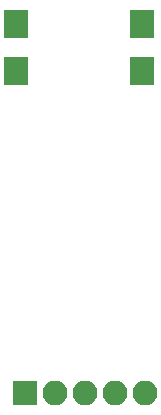
<source format=gbr>
G04 #@! TF.FileFunction,Soldermask,Bot*
%FSLAX46Y46*%
G04 Gerber Fmt 4.6, Leading zero omitted, Abs format (unit mm)*
G04 Created by KiCad (PCBNEW 4.0.4-stable) date 04/19/19 18:38:00*
%MOMM*%
%LPD*%
G01*
G04 APERTURE LIST*
%ADD10C,0.100000*%
%ADD11R,2.000000X2.400000*%
%ADD12R,2.100000X2.100000*%
%ADD13O,2.100000X2.100000*%
G04 APERTURE END LIST*
D10*
D11*
X107188000Y-71850000D03*
X107188000Y-67850000D03*
X117856000Y-71850000D03*
X117856000Y-67850000D03*
D12*
X107950000Y-99060000D03*
D13*
X110490000Y-99060000D03*
X113030000Y-99060000D03*
X115570000Y-99060000D03*
X118110000Y-99060000D03*
M02*

</source>
